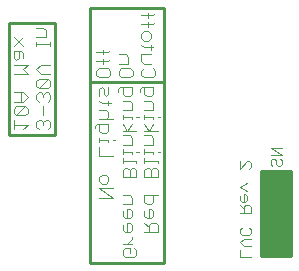
<source format=gbo>
G75*
%MOIN*%
%OFA0B0*%
%FSLAX24Y24*%
%IPPOS*%
%LPD*%
%AMOC8*
5,1,8,0,0,1.08239X$1,22.5*
%
%ADD10C,0.0040*%
%ADD11C,0.0030*%
%ADD12C,0.0100*%
D10*
X006764Y005865D02*
X007224Y005865D01*
X006764Y006172D01*
X007224Y006172D01*
X007071Y006402D02*
X006994Y006325D01*
X006840Y006325D01*
X006764Y006402D01*
X006764Y006555D01*
X006840Y006632D01*
X006994Y006632D01*
X007071Y006555D01*
X007071Y006402D01*
X007545Y006555D02*
X007545Y006785D01*
X007622Y006862D01*
X007698Y006862D01*
X007775Y006785D01*
X007775Y006555D01*
X007775Y006785D02*
X007852Y006862D01*
X007929Y006862D01*
X008005Y006785D01*
X008005Y006555D01*
X007545Y006555D01*
X007545Y007016D02*
X007545Y007169D01*
X007545Y007092D02*
X008005Y007092D01*
X008005Y007016D01*
X008264Y007016D02*
X008264Y007169D01*
X008264Y007092D02*
X008724Y007092D01*
X008724Y007016D01*
X008647Y006862D02*
X008571Y006862D01*
X008494Y006785D01*
X008494Y006555D01*
X008724Y006555D02*
X008724Y006785D01*
X008647Y006862D01*
X008494Y006785D02*
X008417Y006862D01*
X008340Y006862D01*
X008264Y006785D01*
X008264Y006555D01*
X008724Y006555D01*
X008724Y005941D02*
X008264Y005941D01*
X008264Y005711D01*
X008340Y005634D01*
X008494Y005634D01*
X008571Y005711D01*
X008571Y005941D01*
X008494Y005481D02*
X008417Y005481D01*
X008417Y005174D01*
X008340Y005174D02*
X008494Y005174D01*
X008571Y005251D01*
X008571Y005404D01*
X008494Y005481D01*
X008264Y005404D02*
X008264Y005251D01*
X008340Y005174D01*
X008264Y005021D02*
X008417Y004867D01*
X008417Y004944D02*
X008417Y004714D01*
X008264Y004714D02*
X008724Y004714D01*
X008724Y004944D01*
X008647Y005021D01*
X008494Y005021D01*
X008417Y004944D01*
X007852Y004944D02*
X007852Y004790D01*
X007775Y004714D01*
X007622Y004714D01*
X007545Y004790D01*
X007545Y004944D01*
X007622Y005174D02*
X007545Y005251D01*
X007545Y005404D01*
X007545Y005634D02*
X007852Y005634D01*
X007852Y005865D01*
X007775Y005941D01*
X007545Y005941D01*
X007698Y005481D02*
X007698Y005174D01*
X007622Y005174D02*
X007775Y005174D01*
X007852Y005251D01*
X007852Y005404D01*
X007775Y005481D01*
X007698Y005481D01*
X007698Y005021D02*
X007698Y004714D01*
X007852Y004560D02*
X007852Y004483D01*
X007698Y004330D01*
X007545Y004330D02*
X007852Y004330D01*
X007929Y004177D02*
X008005Y004100D01*
X008005Y003946D01*
X007929Y003870D01*
X007622Y003870D01*
X007545Y003946D01*
X007545Y004100D01*
X007622Y004177D01*
X007775Y004177D01*
X007775Y004023D01*
X007852Y004944D02*
X007775Y005021D01*
X007698Y005021D01*
X007224Y007246D02*
X006764Y007246D01*
X006764Y007553D01*
X006764Y007706D02*
X006764Y007860D01*
X006764Y007783D02*
X007071Y007783D01*
X007071Y007706D01*
X007224Y007783D02*
X007301Y007783D01*
X007545Y007936D02*
X007775Y007936D01*
X007852Y007860D01*
X007852Y007629D01*
X007545Y007629D01*
X007545Y007476D02*
X007545Y007323D01*
X007545Y007399D02*
X007852Y007399D01*
X007852Y007323D01*
X008005Y007399D02*
X008082Y007399D01*
X008264Y007399D02*
X008571Y007399D01*
X008571Y007323D01*
X008724Y007399D02*
X008801Y007399D01*
X008571Y007629D02*
X008571Y007860D01*
X008494Y007936D01*
X008264Y007936D01*
X008264Y008090D02*
X008724Y008090D01*
X008571Y008320D02*
X008417Y008090D01*
X008264Y008320D01*
X008264Y008474D02*
X008264Y008627D01*
X008264Y008550D02*
X008571Y008550D01*
X008571Y008474D01*
X008724Y008550D02*
X008801Y008550D01*
X008571Y008780D02*
X008571Y009011D01*
X008494Y009087D01*
X008264Y009087D01*
X008340Y009241D02*
X008264Y009318D01*
X008264Y009548D01*
X008187Y009548D02*
X008571Y009548D01*
X008571Y009318D01*
X008494Y009241D01*
X008340Y009241D01*
X008110Y009394D02*
X008110Y009471D01*
X008187Y009548D01*
X008247Y009868D02*
X008170Y009945D01*
X008170Y010098D01*
X008247Y010175D01*
X008247Y010328D02*
X008170Y010405D01*
X008170Y010635D01*
X008477Y010635D01*
X008477Y010789D02*
X008477Y010942D01*
X008554Y010866D02*
X008247Y010866D01*
X008170Y010942D01*
X008247Y011096D02*
X008170Y011172D01*
X008170Y011326D01*
X008247Y011403D01*
X008400Y011403D01*
X008477Y011326D01*
X008477Y011172D01*
X008400Y011096D01*
X008247Y011096D01*
X008400Y011556D02*
X008400Y011710D01*
X008400Y011863D02*
X008400Y012017D01*
X008554Y011940D02*
X008170Y011940D01*
X008170Y011633D02*
X008554Y011633D01*
X008630Y011710D01*
X008554Y011940D02*
X008630Y012017D01*
X007650Y010635D02*
X007420Y010635D01*
X007650Y010635D02*
X007727Y010559D01*
X007727Y010328D01*
X007420Y010328D01*
X007497Y010175D02*
X007804Y010175D01*
X007880Y010098D01*
X007880Y009945D01*
X007804Y009868D01*
X007497Y009868D01*
X007420Y009945D01*
X007420Y010098D01*
X007497Y010175D01*
X007130Y010098D02*
X007130Y009945D01*
X007054Y009868D01*
X006747Y009868D01*
X006670Y009945D01*
X006670Y010098D01*
X006747Y010175D01*
X007054Y010175D01*
X007130Y010098D01*
X007054Y010405D02*
X007130Y010482D01*
X007054Y010405D02*
X006670Y010405D01*
X006900Y010328D02*
X006900Y010482D01*
X006900Y010635D02*
X006900Y010789D01*
X007054Y010712D02*
X006670Y010712D01*
X007054Y010712D02*
X007130Y010789D01*
X008247Y010328D02*
X008477Y010328D01*
X008554Y010175D02*
X008630Y010098D01*
X008630Y009945D01*
X008554Y009868D01*
X008247Y009868D01*
X007852Y009548D02*
X007852Y009318D01*
X007775Y009241D01*
X007622Y009241D01*
X007545Y009318D01*
X007545Y009548D01*
X007468Y009548D02*
X007852Y009548D01*
X007468Y009548D02*
X007392Y009471D01*
X007392Y009394D01*
X007071Y009318D02*
X007071Y009548D01*
X006917Y009471D02*
X006917Y009318D01*
X006994Y009241D01*
X007071Y009318D01*
X006917Y009471D02*
X006840Y009548D01*
X006764Y009471D01*
X006764Y009241D01*
X006764Y009087D02*
X006840Y009011D01*
X007147Y009011D01*
X007071Y009087D02*
X007071Y008934D01*
X006994Y008780D02*
X006764Y008780D01*
X006764Y008474D02*
X007224Y008474D01*
X007071Y008550D02*
X007071Y008704D01*
X006994Y008780D01*
X007071Y008550D02*
X006994Y008474D01*
X007071Y008320D02*
X007071Y008090D01*
X006994Y008013D01*
X006840Y008013D01*
X006764Y008090D01*
X006764Y008320D01*
X006687Y008320D02*
X007071Y008320D01*
X006687Y008320D02*
X006610Y008243D01*
X006610Y008167D01*
X007545Y008090D02*
X008005Y008090D01*
X007852Y008320D02*
X007698Y008090D01*
X007545Y008320D01*
X007545Y008474D02*
X007545Y008627D01*
X007545Y008550D02*
X007852Y008550D01*
X007852Y008474D01*
X008005Y008550D02*
X008082Y008550D01*
X008264Y008780D02*
X008571Y008780D01*
X007852Y008780D02*
X007852Y009011D01*
X007775Y009087D01*
X007545Y009087D01*
X007545Y008780D02*
X007852Y008780D01*
X008264Y007629D02*
X008571Y007629D01*
X008264Y007476D02*
X008264Y007323D01*
X005130Y008217D02*
X005130Y008371D01*
X005054Y008447D01*
X004977Y008447D01*
X004900Y008371D01*
X004823Y008447D01*
X004747Y008447D01*
X004670Y008371D01*
X004670Y008217D01*
X004747Y008140D01*
X004900Y008294D02*
X004900Y008371D01*
X004900Y008601D02*
X004900Y008908D01*
X004747Y009061D02*
X004670Y009138D01*
X004670Y009291D01*
X004747Y009368D01*
X004823Y009368D01*
X004900Y009291D01*
X004900Y009215D01*
X004900Y009291D02*
X004977Y009368D01*
X005054Y009368D01*
X005130Y009291D01*
X005130Y009138D01*
X005054Y009061D01*
X005054Y009521D02*
X004747Y009521D01*
X005054Y009828D01*
X004747Y009828D01*
X004670Y009752D01*
X004670Y009598D01*
X004747Y009521D01*
X005054Y009521D02*
X005130Y009598D01*
X005130Y009752D01*
X005054Y009828D01*
X005130Y009982D02*
X004823Y009982D01*
X004670Y010135D01*
X004823Y010289D01*
X005130Y010289D01*
X005130Y010903D02*
X005130Y011056D01*
X005130Y010979D02*
X004670Y010979D01*
X004670Y010903D02*
X004670Y011056D01*
X004670Y011210D02*
X004977Y011210D01*
X004977Y011440D01*
X004900Y011517D01*
X004670Y011517D01*
X004227Y011210D02*
X003920Y010903D01*
X003920Y010749D02*
X003920Y010519D01*
X003997Y010442D01*
X004073Y010519D01*
X004073Y010749D01*
X004150Y010749D02*
X003920Y010749D01*
X004150Y010749D02*
X004227Y010672D01*
X004227Y010519D01*
X004380Y010289D02*
X003920Y010289D01*
X003920Y009982D02*
X004380Y009982D01*
X004227Y010135D01*
X004380Y010289D01*
X004227Y010903D02*
X003920Y011210D01*
X003920Y009368D02*
X004227Y009368D01*
X004380Y009215D01*
X004227Y009061D01*
X003920Y009061D01*
X003997Y008908D02*
X003920Y008831D01*
X003920Y008677D01*
X003997Y008601D01*
X004304Y008908D01*
X003997Y008908D01*
X004150Y009061D02*
X004150Y009368D01*
X004304Y008908D02*
X004380Y008831D01*
X004380Y008677D01*
X004304Y008601D01*
X003997Y008601D01*
X003920Y008447D02*
X003920Y008140D01*
X003920Y008294D02*
X004380Y008294D01*
X004227Y008140D01*
X005054Y008140D02*
X005130Y008217D01*
D11*
X011453Y007075D02*
X011453Y006828D01*
X011699Y007075D01*
X011761Y007075D01*
X011823Y007013D01*
X011823Y006890D01*
X011761Y006828D01*
X011699Y006338D02*
X011453Y006215D01*
X011699Y006091D01*
X011638Y005970D02*
X011576Y005970D01*
X011576Y005723D01*
X011638Y005723D02*
X011699Y005785D01*
X011699Y005908D01*
X011638Y005970D01*
X011453Y005908D02*
X011453Y005785D01*
X011514Y005723D01*
X011638Y005723D01*
X011638Y005602D02*
X011576Y005540D01*
X011576Y005355D01*
X011576Y005478D02*
X011453Y005602D01*
X011638Y005602D02*
X011761Y005602D01*
X011823Y005540D01*
X011823Y005355D01*
X011453Y005355D01*
X011514Y004865D02*
X011453Y004803D01*
X011453Y004680D01*
X011514Y004618D01*
X011761Y004618D01*
X011823Y004680D01*
X011823Y004803D01*
X011761Y004865D01*
X011823Y004497D02*
X011576Y004497D01*
X011453Y004373D01*
X011576Y004250D01*
X011823Y004250D01*
X011823Y003881D02*
X011453Y003881D01*
X011453Y004128D01*
X012539Y006915D02*
X012478Y006977D01*
X012478Y007100D01*
X012539Y007162D01*
X012601Y007162D01*
X012663Y007100D01*
X012663Y006977D01*
X012724Y006915D01*
X012786Y006915D01*
X012848Y006977D01*
X012848Y007100D01*
X012786Y007162D01*
X012848Y007283D02*
X012478Y007530D01*
X012848Y007530D01*
X012848Y007283D02*
X012478Y007283D01*
D12*
X008931Y003681D02*
X006463Y003681D01*
X006463Y009713D01*
X008931Y009713D01*
X008931Y012181D01*
X006463Y012181D01*
X006463Y009713D01*
X005306Y007963D02*
X005306Y011681D01*
X003744Y011681D01*
X003744Y007963D01*
X005306Y007963D01*
X008931Y009713D02*
X008931Y003681D01*
X012150Y003931D02*
X012150Y006744D01*
X013150Y006744D01*
X013150Y003931D01*
X012150Y003931D01*
X012150Y004007D02*
X013150Y004007D01*
X013150Y004105D02*
X012150Y004105D01*
X012150Y004204D02*
X013150Y004204D01*
X013150Y004302D02*
X012150Y004302D01*
X012150Y004401D02*
X013150Y004401D01*
X013150Y004499D02*
X012150Y004499D01*
X012150Y004598D02*
X013150Y004598D01*
X013150Y004696D02*
X012150Y004696D01*
X012150Y004795D02*
X013150Y004795D01*
X013150Y004893D02*
X012150Y004893D01*
X012150Y004992D02*
X013150Y004992D01*
X013150Y005090D02*
X012150Y005090D01*
X012150Y005189D02*
X013150Y005189D01*
X013150Y005287D02*
X012150Y005287D01*
X012150Y005386D02*
X013150Y005386D01*
X013150Y005484D02*
X012150Y005484D01*
X012150Y005583D02*
X013150Y005583D01*
X013150Y005681D02*
X012150Y005681D01*
X012150Y005780D02*
X013150Y005780D01*
X013150Y005878D02*
X012150Y005878D01*
X012150Y005977D02*
X013150Y005977D01*
X013150Y006075D02*
X012150Y006075D01*
X012150Y006174D02*
X013150Y006174D01*
X013150Y006272D02*
X012150Y006272D01*
X012150Y006371D02*
X013150Y006371D01*
X013150Y006469D02*
X012150Y006469D01*
X012150Y006568D02*
X013150Y006568D01*
X013150Y006666D02*
X012150Y006666D01*
M02*

</source>
